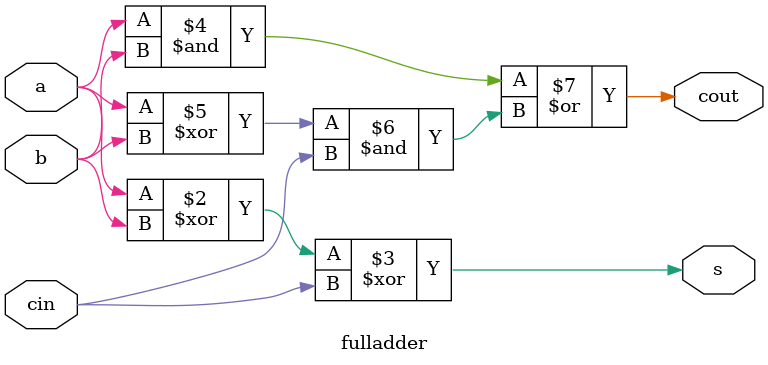
<source format=sv>
module fulladder (a,b, cin, s, cout);
input bit a, b, cin;
output bit s, cout;

always_comb
begin
	s=a^b^cin;
	cout=(a&b)|((a^b)&cin);
end

endmodule



</source>
